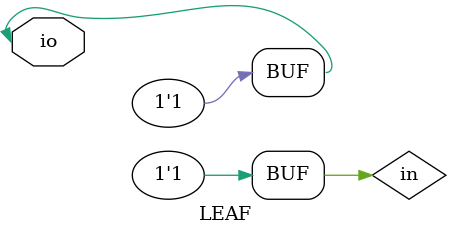
<source format=sv>
`timescale 1ns/1ns
module test;
    wire io;
    buf (io, 1'b0);
    SUB sub(io);
    initial begin
        $sdf_annotate("test.sdf");
    end

    initial begin
        $monitor($realtime, " io=%b, test.sub.io=%b, test.sub.a=%b, test.sub.leaf.io=%b", 
        io, test.sub.io, test.sub.a, test.sub.leaf.io);
    end
endmodule

module SUB(io);
    inout io;
    wire a;
    // tran(io, a);

    LEAF leaf(io);
endmodule

module LEAF(io);
    inout io;
    reg in;
    assign io = in;
    initial begin
        // #100;
        in = 0;
        #100;
        in = 1;
    end
endmodule


</source>
